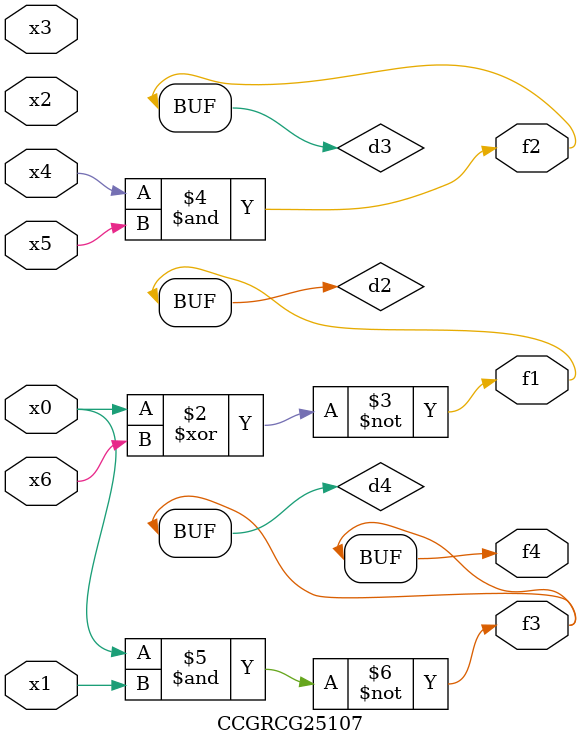
<source format=v>
module CCGRCG25107(
	input x0, x1, x2, x3, x4, x5, x6,
	output f1, f2, f3, f4
);

	wire d1, d2, d3, d4;

	nor (d1, x0);
	xnor (d2, x0, x6);
	and (d3, x4, x5);
	nand (d4, x0, x1);
	assign f1 = d2;
	assign f2 = d3;
	assign f3 = d4;
	assign f4 = d4;
endmodule

</source>
